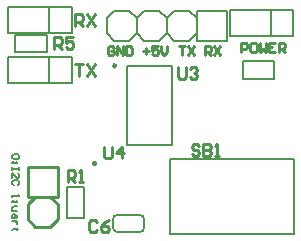
<source format=gto>
G04*
G04 #@! TF.GenerationSoftware,Altium Limited,Altium Designer,24.2.2 (26)*
G04*
G04 Layer_Color=65535*
%FSLAX44Y44*%
%MOMM*%
G71*
G04*
G04 #@! TF.SameCoordinates,8C88FD55-5E28-4BF8-AC9A-47ACA7285848*
G04*
G04*
G04 #@! TF.FilePolarity,Positive*
G04*
G01*
G75*
%ADD10C,0.2500*%
%ADD11C,0.2000*%
%ADD12C,0.1500*%
%ADD13C,0.2540*%
%ADD14C,0.1600*%
D10*
X349250Y401000D02*
G03*
X349250Y401000I-1250J0D01*
G01*
D11*
X346500Y264501D02*
G03*
X351000Y260001I4500J0D01*
G01*
X368999Y260000D02*
G03*
X373499Y264500I0J4500D01*
G01*
X373500Y270499D02*
G03*
X369000Y274999I-4500J0D01*
G01*
X351000Y274999D02*
G03*
X346500Y270499I0J-4500D01*
G01*
X358500Y334000D02*
X396500D01*
X358500Y401000D02*
X396500D01*
Y334000D02*
Y401000D01*
X358500Y334000D02*
Y401000D01*
X417700Y422126D02*
X443100D01*
X417700D02*
Y447526D01*
X443100Y422126D02*
Y447526D01*
X411350Y422126D02*
X417700Y428476D01*
X398650Y422126D02*
X411350D01*
X392300Y428476D02*
X398650Y422126D01*
X392300Y428476D02*
Y441176D01*
X398650Y447526D01*
X411350D01*
X417700Y441176D01*
Y447526D02*
X443100D01*
X385950D02*
X392300Y441176D01*
X373250Y447526D02*
X385950D01*
X366900Y441176D02*
X373250Y447526D01*
X366900Y428476D02*
Y441176D01*
Y428476D02*
X373250Y422126D01*
X385950D01*
X392300Y428476D01*
X360550Y447526D02*
X366900Y441176D01*
X347850Y447526D02*
X360550D01*
X341500Y441176D02*
X347850Y447526D01*
X341500Y428476D02*
Y441176D01*
Y428476D02*
X347850Y422126D01*
X360550D01*
X366900Y428476D01*
X290800Y412700D02*
Y427300D01*
X264200Y412700D02*
Y427300D01*
X290800D01*
X264200Y412700D02*
X290800D01*
X456700Y390200D02*
Y404800D01*
X483300Y390200D02*
Y404800D01*
X456700Y390200D02*
X483300D01*
X456700Y404800D02*
X483300D01*
X307700Y271700D02*
X322300D01*
X307700Y298300D02*
X322300D01*
Y271700D02*
Y298300D01*
X307700Y271700D02*
Y298300D01*
X373500Y264500D02*
Y270499D01*
X351000Y260000D02*
X368999D01*
X351000Y275000D02*
X369000D01*
X346500Y264501D02*
Y270499D01*
D12*
X395250Y258250D02*
X499750D01*
X395250D02*
Y321750D01*
X499750D01*
Y258250D02*
Y321750D01*
X258000Y386500D02*
X312000D01*
X258000Y408500D02*
X312000D01*
X258000Y386500D02*
Y408500D01*
X312000Y386500D02*
Y408500D01*
X293000Y387500D02*
Y407500D01*
X258000Y429000D02*
X312000D01*
X258000Y451000D02*
X312000D01*
X258000Y429000D02*
Y451000D01*
X312000Y429000D02*
Y451000D01*
X293000Y430000D02*
Y450000D01*
X445500Y426500D02*
X499500D01*
X445500Y448500D02*
X499500D01*
X445500Y426500D02*
Y448500D01*
X499500Y426500D02*
Y448500D01*
X480500Y427500D02*
Y447500D01*
D13*
X300200Y290000D02*
Y315400D01*
X274800Y290000D02*
X300200D01*
X274800Y315400D02*
X300200D01*
X293850Y290000D02*
X300200Y283650D01*
Y270950D02*
Y283650D01*
X293850Y264600D02*
X300200Y270950D01*
X281150Y264600D02*
X293850D01*
X274800Y270950D02*
X281150Y264600D01*
X274800Y270950D02*
Y283650D01*
X281150Y290000D01*
X274800D02*
Y315400D01*
X330040Y317540D02*
Y319206D01*
X331706D01*
Y317540D01*
X330040D01*
X401669Y399998D02*
Y391668D01*
X403335Y390002D01*
X406668D01*
X408334Y391668D01*
Y399998D01*
X411666Y398332D02*
X413332Y399998D01*
X416665D01*
X418331Y398332D01*
Y396666D01*
X416665Y395000D01*
X414998D01*
X416665D01*
X418331Y393334D01*
Y391668D01*
X416665Y390002D01*
X413332D01*
X411666Y391668D01*
X339169Y332498D02*
Y324168D01*
X340835Y322502D01*
X344168D01*
X345834Y324168D01*
Y332498D01*
X354165Y322502D02*
Y332498D01*
X349166Y327500D01*
X355831D01*
X420002Y333332D02*
X418335Y334998D01*
X415003D01*
X413337Y333332D01*
Y331666D01*
X415003Y330000D01*
X418335D01*
X420002Y328334D01*
Y326668D01*
X418335Y325002D01*
X415003D01*
X413337Y326668D01*
X423334Y334998D02*
Y325002D01*
X428332D01*
X429998Y326668D01*
Y328334D01*
X428332Y330000D01*
X423334D01*
X428332D01*
X429998Y331666D01*
Y333332D01*
X428332Y334998D01*
X423334D01*
X433331Y325002D02*
X436663D01*
X434997D01*
Y334998D01*
X433331Y333332D01*
X455040Y412540D02*
Y420537D01*
X459039D01*
X460372Y419204D01*
Y416539D01*
X459039Y415206D01*
X455040D01*
X467036Y420537D02*
X464370D01*
X463037Y419204D01*
Y413873D01*
X464370Y412540D01*
X467036D01*
X468369Y413873D01*
Y419204D01*
X467036Y420537D01*
X471035D02*
Y412540D01*
X473701Y415206D01*
X476367Y412540D01*
Y420537D01*
X484364D02*
X479032D01*
Y412540D01*
X484364D01*
X479032Y416539D02*
X481698D01*
X487030Y412540D02*
Y420537D01*
X491028D01*
X492361Y419204D01*
Y416539D01*
X491028Y415206D01*
X487030D01*
X489696D02*
X492361Y412540D01*
X347538Y416288D02*
X346289Y417538D01*
X343790D01*
X342540Y416288D01*
Y411290D01*
X343790Y410040D01*
X346289D01*
X347538Y411290D01*
Y413789D01*
X345039D01*
X350038Y410040D02*
Y417538D01*
X355036Y410040D01*
Y417538D01*
X357535D02*
Y410040D01*
X361284D01*
X362534Y411290D01*
Y416288D01*
X361284Y417538D01*
X357535D01*
X372530Y413789D02*
X377529D01*
X375030Y416288D02*
Y411290D01*
X385026Y417538D02*
X380028D01*
Y413789D01*
X382527Y415038D01*
X383777D01*
X385026Y413789D01*
Y411290D01*
X383777Y410040D01*
X381278D01*
X380028Y411290D01*
X387526Y417538D02*
Y412539D01*
X390025Y410040D01*
X392524Y412539D01*
Y417538D01*
X402521D02*
X407519D01*
X405020D01*
Y410040D01*
X410018Y417538D02*
X415017Y410040D01*
Y417538D02*
X410018Y410040D01*
X425014D02*
Y417538D01*
X428762D01*
X430012Y416288D01*
Y413789D01*
X428762Y412539D01*
X425014D01*
X427513D02*
X430012Y410040D01*
X432511Y417538D02*
X437510Y410040D01*
Y417538D02*
X432511Y410040D01*
X315040Y435040D02*
Y445037D01*
X320038D01*
X321704Y443371D01*
Y440038D01*
X320038Y438372D01*
X315040D01*
X318372D02*
X321704Y435040D01*
X325037Y445037D02*
X331701Y435040D01*
Y445037D02*
X325037Y435040D01*
X315040Y402537D02*
X321704D01*
X318372D01*
Y392540D01*
X325037Y402537D02*
X331701Y392540D01*
Y402537D02*
X325037Y392540D01*
X308335Y302502D02*
Y312498D01*
X313334D01*
X315000Y310832D01*
Y307500D01*
X313334Y305834D01*
X308335D01*
X311668D02*
X315000Y302502D01*
X318332D02*
X321665D01*
X319998D01*
Y312498D01*
X318332Y310832D01*
X296669Y415002D02*
Y424998D01*
X301668D01*
X303334Y423332D01*
Y420000D01*
X301668Y418334D01*
X296669D01*
X300002D02*
X303334Y415002D01*
X313331Y424998D02*
X306666D01*
Y420000D01*
X309998Y421666D01*
X311665D01*
X313331Y420000D01*
Y416668D01*
X311665Y415002D01*
X308332D01*
X306666Y416668D01*
X333334Y268332D02*
X331668Y269998D01*
X328335D01*
X326669Y268332D01*
Y261668D01*
X328335Y260002D01*
X331668D01*
X333334Y261668D01*
X343331Y269998D02*
X339998Y268332D01*
X336666Y265000D01*
Y261668D01*
X338332Y260002D01*
X341665D01*
X343331Y261668D01*
Y263334D01*
X341665Y265000D01*
X336666D01*
D14*
X266598Y325900D02*
X267598Y324900D01*
Y322901D01*
X266598Y321901D01*
X262600D01*
X261600Y322901D01*
Y324900D01*
X262600Y325900D01*
X266598D01*
X265599Y319902D02*
Y318902D01*
X264599D01*
Y319902D01*
X265599D01*
X262600D02*
Y318902D01*
X261600D01*
Y319902D01*
X262600D01*
X267598Y314904D02*
Y312904D01*
Y313904D01*
X261600D01*
Y314904D01*
Y312904D01*
Y305907D02*
Y309905D01*
X265599Y305907D01*
X266598D01*
X267598Y306906D01*
Y308906D01*
X266598Y309905D01*
Y299909D02*
X267598Y300908D01*
Y302908D01*
X266598Y303907D01*
X262600D01*
X261600Y302908D01*
Y300908D01*
X262600Y299909D01*
X261600Y291911D02*
Y289912D01*
Y290911D01*
X267598D01*
X266598Y291911D01*
X265599Y286913D02*
Y285913D01*
X264599D01*
Y286913D01*
X265599D01*
X262600D02*
Y285913D01*
X261600D01*
Y286913D01*
X262600D01*
X265599Y281914D02*
X262600D01*
X261600Y280915D01*
Y277916D01*
X265599D01*
Y274917D02*
Y272917D01*
X264599Y271918D01*
X261600D01*
Y274917D01*
X262600Y275916D01*
X263599Y274917D01*
Y271918D01*
X265599Y269918D02*
X261600D01*
X263599D01*
X264599Y268918D01*
X265599Y267919D01*
Y266919D01*
X266598Y262920D02*
X265599D01*
Y263920D01*
Y261921D01*
Y262920D01*
X262600D01*
X261600Y261921D01*
M02*

</source>
